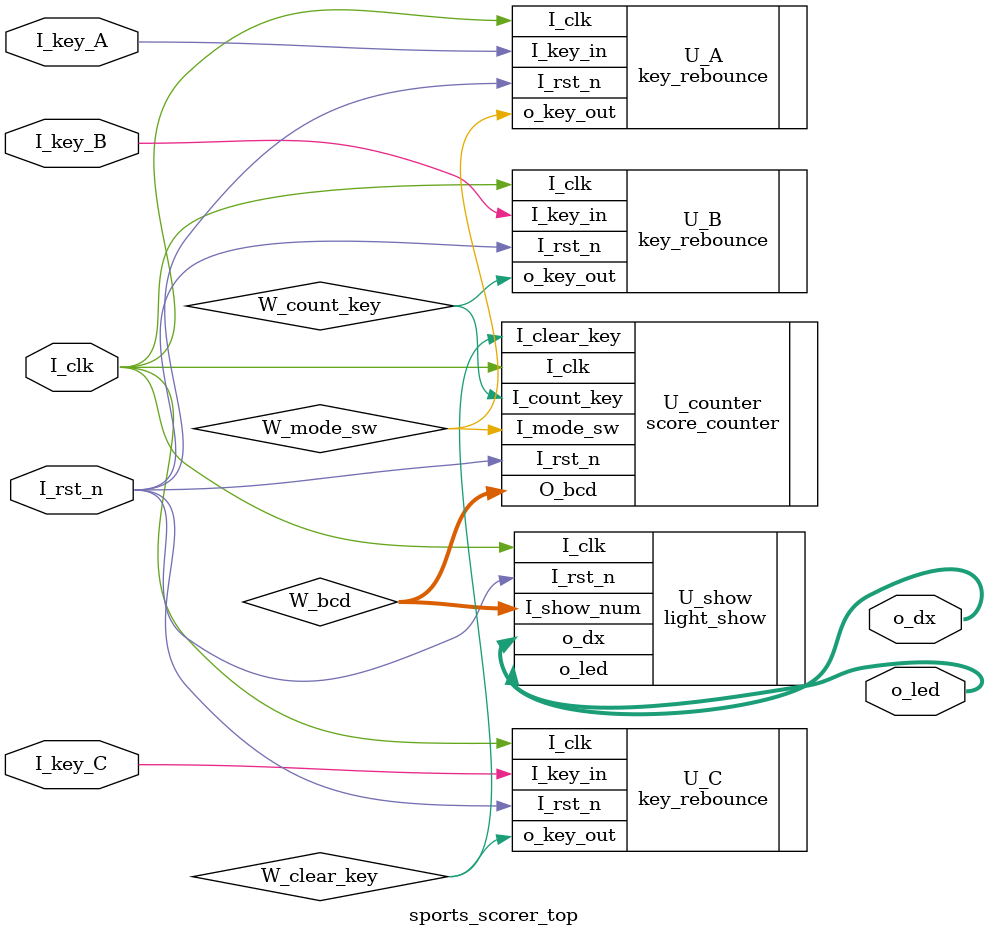
<source format=v>
`timescale 1ns / 1ps

module sports_scorer_top(
    input I_clk,
    input I_rst_n,
    input I_key_A,  // 模式切换
    input I_key_B,  // 计数
    input I_key_C,  // 清零
    output [6:0] o_led,
    output [1:0] o_dx
);

    wire W_mode_sw, W_count_key, W_clear_key;
    wire [7:0] W_bcd;

    // 三个按键消抖
    key_rebounce U_A (.I_clk(I_clk), .I_rst_n(I_rst_n), .I_key_in(I_key_A), .o_key_out(W_mode_sw));
    key_rebounce U_B (.I_clk(I_clk), .I_rst_n(I_rst_n), .I_key_in(I_key_B), .o_key_out(W_count_key));
    key_rebounce U_C (.I_clk(I_clk), .I_rst_n(I_rst_n), .I_key_in(I_key_C), .o_key_out(W_clear_key));

    // 分数计数器
    score_counter U_counter (
        .I_clk(I_clk),
        .I_rst_n(I_rst_n),
        .I_mode_sw(W_mode_sw),
        .I_count_key(W_count_key),
        .I_clear_key(W_clear_key),
        .O_bcd(W_bcd)
    );

    // 数码管显示
    light_show U_show (
        .I_clk(I_clk),
        .I_rst_n(I_rst_n),
        .I_show_num(W_bcd),
        .o_led(o_led),
        .o_dx(o_dx)
    );

endmodule


</source>
